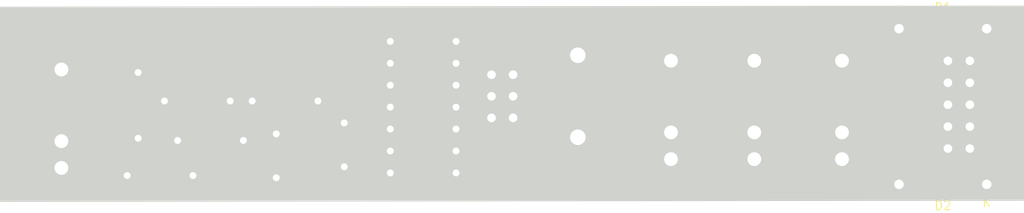
<source format=kicad_pcb>
(kicad_pcb (version 20171130) (host pcbnew "(5.1.2-1)-1")

  (general
    (thickness 1.6)
    (drawings 0)
    (tracks 102)
    (zones 0)
    (modules 16)
    (nets 15)
  )

  (page A4)
  (layers
    (0 F.Cu signal)
    (31 B.Cu signal)
    (32 B.Adhes user)
    (33 F.Adhes user)
    (34 B.Paste user)
    (35 F.Paste user)
    (36 B.SilkS user)
    (37 F.SilkS user)
    (38 B.Mask user)
    (39 F.Mask user)
    (40 Dwgs.User user)
    (41 Cmts.User user)
    (42 Eco1.User user)
    (43 Eco2.User user)
    (44 Edge.Cuts user)
    (45 Margin user)
    (46 B.CrtYd user)
    (47 F.CrtYd user)
    (48 B.Fab user)
    (49 F.Fab user)
  )

  (setup
    (last_trace_width 0.25)
    (trace_clearance 0.2)
    (zone_clearance 0.508)
    (zone_45_only no)
    (trace_min 0.2)
    (via_size 0.8)
    (via_drill 0.4)
    (via_min_size 0.4)
    (via_min_drill 0.3)
    (uvia_size 0.3)
    (uvia_drill 0.1)
    (uvias_allowed no)
    (uvia_min_size 0.2)
    (uvia_min_drill 0.1)
    (edge_width 0.05)
    (segment_width 0.2)
    (pcb_text_width 0.3)
    (pcb_text_size 1.5 1.5)
    (mod_edge_width 0.12)
    (mod_text_size 1 1)
    (mod_text_width 0.15)
    (pad_size 1.524 1.524)
    (pad_drill 0.762)
    (pad_to_mask_clearance 0.051)
    (solder_mask_min_width 0.25)
    (aux_axis_origin 0 0)
    (visible_elements FFFFFF7F)
    (pcbplotparams
      (layerselection 0x010fc_ffffffff)
      (usegerberextensions false)
      (usegerberattributes false)
      (usegerberadvancedattributes false)
      (creategerberjobfile false)
      (excludeedgelayer true)
      (linewidth 0.100000)
      (plotframeref false)
      (viasonmask false)
      (mode 1)
      (useauxorigin false)
      (hpglpennumber 1)
      (hpglpenspeed 20)
      (hpglpendiameter 15.000000)
      (psnegative false)
      (psa4output false)
      (plotreference true)
      (plotvalue true)
      (plotinvisibletext false)
      (padsonsilk false)
      (subtractmaskfromsilk false)
      (outputformat 1)
      (mirror false)
      (drillshape 1)
      (scaleselection 1)
      (outputdirectory ""))
  )

  (net 0 "")
  (net 1 "Net-(C1-Pad2)")
  (net 2 "Net-(C1-Pad1)")
  (net 3 "Net-(C2-Pad2)")
  (net 4 "Net-(C2-Pad1)")
  (net 5 "Net-(D1-Pad2)")
  (net 6 VCC)
  (net 7 VEE)
  (net 8 "Net-(D2-Pad1)")
  (net 9 GND)
  (net 10 "Net-(J_hi1-Pad3)")
  (net 11 "Net-(J_in1-Pad1)")
  (net 12 "Net-(R1-Pad1)")
  (net 13 "Net-(R2-Pad2)")
  (net 14 "Net-(U1-Pad13)")

  (net_class Default "This is the default net class."
    (clearance 0.2)
    (trace_width 0.25)
    (via_dia 0.8)
    (via_drill 0.4)
    (uvia_dia 0.3)
    (uvia_drill 0.1)
    (add_net GND)
    (add_net "Net-(C1-Pad1)")
    (add_net "Net-(C1-Pad2)")
    (add_net "Net-(C2-Pad1)")
    (add_net "Net-(C2-Pad2)")
    (add_net "Net-(D1-Pad2)")
    (add_net "Net-(D2-Pad1)")
    (add_net "Net-(J_hi1-Pad3)")
    (add_net "Net-(J_in1-Pad1)")
    (add_net "Net-(R1-Pad1)")
    (add_net "Net-(R2-Pad2)")
    (add_net "Net-(U1-Pad13)")
    (add_net VCC)
    (add_net VEE)
  )

  (module 4ms_Package_DIP:DIP-14_W7.62mm (layer F.Cu) (tedit 5A849021) (tstamp 5DD02E11)
    (at 45.212 4.064)
    (descr "14-lead dip package, row spacing 7.62 mm (300 mils)")
    (tags "DIL DIP PDIP 2.54mm 7.62mm 300mil")
    (path /5DD0387F)
    (fp_text reference U1 (at 3.81 -2.44) (layer F.SilkS)
      (effects (font (size 1 1) (thickness 0.15)))
    )
    (fp_text value Opamp_Quad_Generic (at 3.81 17.58) (layer F.SilkS)
      (effects (font (size 1 1) (thickness 0.15)))
    )
    (fp_text user "" (at 3.81 7.57) (layer F.SilkS)
      (effects (font (size 1 1) (thickness 0.15)))
    )
    (fp_line (start 2.81 -1.44) (end 1.04 -1.44) (layer F.SilkS) (width 0.12))
    (fp_line (start 1.04 -1.44) (end 1.04 16.58) (layer F.SilkS) (width 0.12))
    (fp_line (start 1.04 16.58) (end 6.58 16.58) (layer F.SilkS) (width 0.12))
    (fp_line (start 6.58 16.58) (end 6.58 -1.44) (layer F.SilkS) (width 0.12))
    (fp_line (start 6.58 -1.44) (end 4.81 -1.44) (layer F.SilkS) (width 0.12))
    (fp_line (start -1.1 -1.65) (end -1.1 16.75) (layer F.CrtYd) (width 0.05))
    (fp_line (start -1.1 16.75) (end 8.7 16.75) (layer F.CrtYd) (width 0.05))
    (fp_line (start 8.7 16.75) (end 8.7 -1.65) (layer F.CrtYd) (width 0.05))
    (fp_line (start 8.7 -1.65) (end -1.1 -1.65) (layer F.CrtYd) (width 0.05))
    (fp_arc (start 3.81 -1.44) (end 2.81 -1.44) (angle -180) (layer F.SilkS) (width 0.12))
    (pad 1 thru_hole rect (at 0 -0.05) (size 1.6 1.6) (drill 0.8) (layers *.Cu *.Mask)
      (net 10 "Net-(J_hi1-Pad3)"))
    (pad 8 thru_hole oval (at 7.62 15.19) (size 1.6 1.6) (drill 0.8) (layers *.Cu *.Mask)
      (net 4 "Net-(C2-Pad1)"))
    (pad 2 thru_hole oval (at 0 2.49) (size 1.6 1.6) (drill 0.8) (layers *.Cu *.Mask)
      (net 12 "Net-(R1-Pad1)"))
    (pad 9 thru_hole oval (at 7.62 12.65) (size 1.6 1.6) (drill 0.8) (layers *.Cu *.Mask)
      (net 3 "Net-(C2-Pad2)"))
    (pad 3 thru_hole oval (at 0 5.03) (size 1.6 1.6) (drill 0.8) (layers *.Cu *.Mask)
      (net 13 "Net-(R2-Pad2)"))
    (pad 10 thru_hole oval (at 7.62 10.11) (size 1.6 1.6) (drill 0.8) (layers *.Cu *.Mask)
      (net 9 GND))
    (pad 4 thru_hole oval (at 0 7.57) (size 1.6 1.6) (drill 0.8) (layers *.Cu *.Mask)
      (net 6 VCC))
    (pad 11 thru_hole oval (at 7.62 7.57) (size 1.6 1.6) (drill 0.8) (layers *.Cu *.Mask)
      (net 7 VEE))
    (pad 5 thru_hole oval (at 0 10.11) (size 1.6 1.6) (drill 0.8) (layers *.Cu *.Mask)
      (net 9 GND))
    (pad 12 thru_hole oval (at 7.62 5.03) (size 1.6 1.6) (drill 0.8) (layers *.Cu *.Mask)
      (net 9 GND))
    (pad 6 thru_hole oval (at 0 12.65) (size 1.6 1.6) (drill 0.8) (layers *.Cu *.Mask)
      (net 2 "Net-(C1-Pad1)"))
    (pad 13 thru_hole oval (at 7.62 2.49) (size 1.6 1.6) (drill 0.8) (layers *.Cu *.Mask)
      (net 14 "Net-(U1-Pad13)"))
    (pad 7 thru_hole oval (at 0 15.19) (size 1.6 1.6) (drill 0.8) (layers *.Cu *.Mask)
      (net 1 "Net-(C1-Pad2)"))
    (pad 14 thru_hole oval (at 7.62 -0.05) (size 1.6 1.6) (drill 0.8) (layers *.Cu *.Mask)
      (net 14 "Net-(U1-Pad13)"))
    (model ${KISYS3DMOD}/Housings_DIP.3dshapes/DIP-14_W7.62mm.wrl
      (at (xyz 0 0 0))
      (scale (xyz 1 1 1))
      (rotate (xyz 0 0 0))
    )
  )

  (module Potentiometer_THT:Potentiometer_Alpha_RD902F-40-00D_Dual_Vertical_CircularHoles (layer F.Cu) (tedit 5C6C6CD7) (tstamp 5DD02DDC)
    (at 59.436 7.874)
    (descr "Potentiometer, vertical, 9mm, dual, http://www.taiwanalpha.com.tw/downloads?target=products&id=113")
    (tags "potentiometer vertical 9mm dual")
    (path /5DD00425)
    (fp_text reference RV6 (at 5.87 -4.9 180) (layer F.SilkS)
      (effects (font (size 1 1) (thickness 0.15)))
    )
    (fp_text value POT_DUAL (at 0 10.16 180) (layer F.Fab)
      (effects (font (size 1 1) (thickness 0.15)))
    )
    (fp_text user %R (at 7.62 2.54) (layer F.Fab)
      (effects (font (size 1 1) (thickness 0.15)))
    )
    (fp_line (start -3.65 9.12) (end 12.6 9.12) (layer F.CrtYd) (width 0.05))
    (fp_line (start -3.65 -4.12) (end -3.65 9.12) (layer F.CrtYd) (width 0.05))
    (fp_line (start 12.6 -4.12) (end -3.65 -4.12) (layer F.CrtYd) (width 0.05))
    (fp_line (start 12.6 9.12) (end 12.6 -4.12) (layer F.CrtYd) (width 0.05))
    (fp_line (start 12.47 7.37) (end 12.47 -2.37) (layer F.SilkS) (width 0.12))
    (fp_line (start 0.88 7.37) (end 0.88 5.88) (layer F.SilkS) (width 0.12))
    (fp_line (start 9.41 7.37) (end 12.47 7.37) (layer F.SilkS) (width 0.12))
    (fp_line (start 0.88 -2.37) (end 5.6 -2.37) (layer F.SilkS) (width 0.12))
    (fp_circle (center 7.5 2.5) (end 7.5 -1) (layer F.Fab) (width 0.1))
    (fp_line (start 1 7.25) (end 1 -2.25) (layer F.Fab) (width 0.1))
    (fp_line (start 12.35 7.25) (end 12.35 -2.25) (layer F.Fab) (width 0.1))
    (fp_line (start 1 -2.25) (end 12.35 -2.25) (layer F.Fab) (width 0.1))
    (fp_line (start 1 7.25) (end 12.35 7.25) (layer F.Fab) (width 0.1))
    (fp_line (start 9.41 -2.37) (end 12.47 -2.37) (layer F.SilkS) (width 0.12))
    (fp_line (start 0.88 7.37) (end 5.6 7.37) (layer F.SilkS) (width 0.12))
    (fp_line (start 0.88 -1.19) (end 0.88 -2.37) (layer F.SilkS) (width 0.12))
    (fp_line (start 0.88 1.71) (end 0.88 1.18) (layer F.SilkS) (width 0.12))
    (fp_line (start 0.88 4.16) (end 0.88 3.33) (layer F.SilkS) (width 0.12))
    (pad 1 thru_hole rect (at 0 0 90) (size 1.8 1.8) (drill 1) (layers *.Cu *.Mask)
      (net 10 "Net-(J_hi1-Pad3)"))
    (pad 2 thru_hole circle (at 0 2.5 90) (size 1.8 1.8) (drill 1) (layers *.Cu *.Mask)
      (net 2 "Net-(C1-Pad1)"))
    (pad 3 thru_hole circle (at 0 5 90) (size 1.8 1.8) (drill 1) (layers *.Cu *.Mask)
      (net 9 GND))
    (pad "" thru_hole circle (at 7.5 7.25 90) (size 3.24 3.24) (drill 1.8) (layers *.Cu *.Mask))
    (pad "" thru_hole circle (at 7.5 -2.25 90) (size 3.24 3.24) (drill 1.8) (layers *.Cu *.Mask))
    (pad 6 thru_hole circle (at -2.5 5 90) (size 1.8 1.8) (drill 1) (layers *.Cu *.Mask)
      (net 9 GND))
    (pad 5 thru_hole circle (at -2.5 2.5 90) (size 1.8 1.8) (drill 1) (layers *.Cu *.Mask)
      (net 3 "Net-(C2-Pad2)"))
    (pad 4 thru_hole circle (at -2.5 0 90) (size 1.8 1.8) (drill 1) (layers *.Cu *.Mask)
      (net 1 "Net-(C1-Pad2)"))
    (model ${KISYS3DMOD}/Potentiometer_THT.3dshapes/Potentiometer_Alpha_RD902F-40-00D_Dual_Vertical.wrl
      (at (xyz 0 0 0))
      (scale (xyz 1 1 1))
      (rotate (xyz 0 0 0))
    )
  )

  (module Resistor_THT:R_Axial_DIN0207_L6.3mm_D2.5mm_P7.62mm_Horizontal (layer F.Cu) (tedit 5AE5139B) (tstamp 5DD02DBD)
    (at 26.67 10.922 180)
    (descr "Resistor, Axial_DIN0207 series, Axial, Horizontal, pin pitch=7.62mm, 0.25W = 1/4W, length*diameter=6.3*2.5mm^2, http://cdn-reichelt.de/documents/datenblatt/B400/1_4W%23YAG.pdf")
    (tags "Resistor Axial_DIN0207 series Axial Horizontal pin pitch 7.62mm 0.25W = 1/4W length 6.3mm diameter 2.5mm")
    (path /5DD0259F)
    (fp_text reference R5 (at 3.81 -2.37) (layer F.SilkS)
      (effects (font (size 1 1) (thickness 0.15)))
    )
    (fp_text value 10k (at 3.81 2.37) (layer F.Fab)
      (effects (font (size 1 1) (thickness 0.15)))
    )
    (fp_text user %R (at 3.81 0) (layer F.Fab)
      (effects (font (size 1 1) (thickness 0.15)))
    )
    (fp_line (start 8.67 -1.5) (end -1.05 -1.5) (layer F.CrtYd) (width 0.05))
    (fp_line (start 8.67 1.5) (end 8.67 -1.5) (layer F.CrtYd) (width 0.05))
    (fp_line (start -1.05 1.5) (end 8.67 1.5) (layer F.CrtYd) (width 0.05))
    (fp_line (start -1.05 -1.5) (end -1.05 1.5) (layer F.CrtYd) (width 0.05))
    (fp_line (start 7.08 1.37) (end 7.08 1.04) (layer F.SilkS) (width 0.12))
    (fp_line (start 0.54 1.37) (end 7.08 1.37) (layer F.SilkS) (width 0.12))
    (fp_line (start 0.54 1.04) (end 0.54 1.37) (layer F.SilkS) (width 0.12))
    (fp_line (start 7.08 -1.37) (end 7.08 -1.04) (layer F.SilkS) (width 0.12))
    (fp_line (start 0.54 -1.37) (end 7.08 -1.37) (layer F.SilkS) (width 0.12))
    (fp_line (start 0.54 -1.04) (end 0.54 -1.37) (layer F.SilkS) (width 0.12))
    (fp_line (start 7.62 0) (end 6.96 0) (layer F.Fab) (width 0.1))
    (fp_line (start 0 0) (end 0.66 0) (layer F.Fab) (width 0.1))
    (fp_line (start 6.96 -1.25) (end 0.66 -1.25) (layer F.Fab) (width 0.1))
    (fp_line (start 6.96 1.25) (end 6.96 -1.25) (layer F.Fab) (width 0.1))
    (fp_line (start 0.66 1.25) (end 6.96 1.25) (layer F.Fab) (width 0.1))
    (fp_line (start 0.66 -1.25) (end 0.66 1.25) (layer F.Fab) (width 0.1))
    (pad 2 thru_hole oval (at 7.62 0 180) (size 1.6 1.6) (drill 0.8) (layers *.Cu *.Mask)
      (net 12 "Net-(R1-Pad1)"))
    (pad 1 thru_hole circle (at 0 0 180) (size 1.6 1.6) (drill 0.8) (layers *.Cu *.Mask)
      (net 4 "Net-(C2-Pad1)"))
    (model ${KISYS3DMOD}/Resistor_THT.3dshapes/R_Axial_DIN0207_L6.3mm_D2.5mm_P7.62mm_Horizontal.wrl
      (at (xyz 0 0 0))
      (scale (xyz 1 1 1))
      (rotate (xyz 0 0 0))
    )
  )

  (module Resistor_THT:R_Axial_DIN0207_L6.3mm_D2.5mm_P7.62mm_Horizontal (layer F.Cu) (tedit 5AE5139B) (tstamp 5DD02DA6)
    (at 16.002 7.62 270)
    (descr "Resistor, Axial_DIN0207 series, Axial, Horizontal, pin pitch=7.62mm, 0.25W = 1/4W, length*diameter=6.3*2.5mm^2, http://cdn-reichelt.de/documents/datenblatt/B400/1_4W%23YAG.pdf")
    (tags "Resistor Axial_DIN0207 series Axial Horizontal pin pitch 7.62mm 0.25W = 1/4W length 6.3mm diameter 2.5mm")
    (path /5DD02500)
    (fp_text reference R4 (at 3.81 -2.37 90) (layer F.SilkS)
      (effects (font (size 1 1) (thickness 0.15)))
    )
    (fp_text value 10k (at 3.81 2.37 90) (layer F.Fab)
      (effects (font (size 1 1) (thickness 0.15)))
    )
    (fp_text user %R (at 3.81 0 90) (layer F.Fab)
      (effects (font (size 1 1) (thickness 0.15)))
    )
    (fp_line (start 8.67 -1.5) (end -1.05 -1.5) (layer F.CrtYd) (width 0.05))
    (fp_line (start 8.67 1.5) (end 8.67 -1.5) (layer F.CrtYd) (width 0.05))
    (fp_line (start -1.05 1.5) (end 8.67 1.5) (layer F.CrtYd) (width 0.05))
    (fp_line (start -1.05 -1.5) (end -1.05 1.5) (layer F.CrtYd) (width 0.05))
    (fp_line (start 7.08 1.37) (end 7.08 1.04) (layer F.SilkS) (width 0.12))
    (fp_line (start 0.54 1.37) (end 7.08 1.37) (layer F.SilkS) (width 0.12))
    (fp_line (start 0.54 1.04) (end 0.54 1.37) (layer F.SilkS) (width 0.12))
    (fp_line (start 7.08 -1.37) (end 7.08 -1.04) (layer F.SilkS) (width 0.12))
    (fp_line (start 0.54 -1.37) (end 7.08 -1.37) (layer F.SilkS) (width 0.12))
    (fp_line (start 0.54 -1.04) (end 0.54 -1.37) (layer F.SilkS) (width 0.12))
    (fp_line (start 7.62 0) (end 6.96 0) (layer F.Fab) (width 0.1))
    (fp_line (start 0 0) (end 0.66 0) (layer F.Fab) (width 0.1))
    (fp_line (start 6.96 -1.25) (end 0.66 -1.25) (layer F.Fab) (width 0.1))
    (fp_line (start 6.96 1.25) (end 6.96 -1.25) (layer F.Fab) (width 0.1))
    (fp_line (start 0.66 1.25) (end 6.96 1.25) (layer F.Fab) (width 0.1))
    (fp_line (start 0.66 -1.25) (end 0.66 1.25) (layer F.Fab) (width 0.1))
    (pad 2 thru_hole oval (at 7.62 0 270) (size 1.6 1.6) (drill 0.8) (layers *.Cu *.Mask)
      (net 12 "Net-(R1-Pad1)"))
    (pad 1 thru_hole circle (at 0 0 270) (size 1.6 1.6) (drill 0.8) (layers *.Cu *.Mask)
      (net 10 "Net-(J_hi1-Pad3)"))
    (model ${KISYS3DMOD}/Resistor_THT.3dshapes/R_Axial_DIN0207_L6.3mm_D2.5mm_P7.62mm_Horizontal.wrl
      (at (xyz 0 0 0))
      (scale (xyz 1 1 1))
      (rotate (xyz 0 0 0))
    )
  )

  (module Resistor_THT:R_Axial_DIN0207_L6.3mm_D2.5mm_P7.62mm_Horizontal (layer F.Cu) (tedit 5AE5139B) (tstamp 5DD02D8F)
    (at 36.83 10.922 180)
    (descr "Resistor, Axial_DIN0207 series, Axial, Horizontal, pin pitch=7.62mm, 0.25W = 1/4W, length*diameter=6.3*2.5mm^2, http://cdn-reichelt.de/documents/datenblatt/B400/1_4W%23YAG.pdf")
    (tags "Resistor Axial_DIN0207 series Axial Horizontal pin pitch 7.62mm 0.25W = 1/4W length 6.3mm diameter 2.5mm")
    (path /5DD023B9)
    (fp_text reference R3 (at 3.81 -2.37) (layer F.SilkS)
      (effects (font (size 1 1) (thickness 0.15)))
    )
    (fp_text value 10k (at 3.81 2.37) (layer F.Fab)
      (effects (font (size 1 1) (thickness 0.15)))
    )
    (fp_text user %R (at 3.81 0) (layer F.Fab)
      (effects (font (size 1 1) (thickness 0.15)))
    )
    (fp_line (start 8.67 -1.5) (end -1.05 -1.5) (layer F.CrtYd) (width 0.05))
    (fp_line (start 8.67 1.5) (end 8.67 -1.5) (layer F.CrtYd) (width 0.05))
    (fp_line (start -1.05 1.5) (end 8.67 1.5) (layer F.CrtYd) (width 0.05))
    (fp_line (start -1.05 -1.5) (end -1.05 1.5) (layer F.CrtYd) (width 0.05))
    (fp_line (start 7.08 1.37) (end 7.08 1.04) (layer F.SilkS) (width 0.12))
    (fp_line (start 0.54 1.37) (end 7.08 1.37) (layer F.SilkS) (width 0.12))
    (fp_line (start 0.54 1.04) (end 0.54 1.37) (layer F.SilkS) (width 0.12))
    (fp_line (start 7.08 -1.37) (end 7.08 -1.04) (layer F.SilkS) (width 0.12))
    (fp_line (start 0.54 -1.37) (end 7.08 -1.37) (layer F.SilkS) (width 0.12))
    (fp_line (start 0.54 -1.04) (end 0.54 -1.37) (layer F.SilkS) (width 0.12))
    (fp_line (start 7.62 0) (end 6.96 0) (layer F.Fab) (width 0.1))
    (fp_line (start 0 0) (end 0.66 0) (layer F.Fab) (width 0.1))
    (fp_line (start 6.96 -1.25) (end 0.66 -1.25) (layer F.Fab) (width 0.1))
    (fp_line (start 6.96 1.25) (end 6.96 -1.25) (layer F.Fab) (width 0.1))
    (fp_line (start 0.66 1.25) (end 6.96 1.25) (layer F.Fab) (width 0.1))
    (fp_line (start 0.66 -1.25) (end 0.66 1.25) (layer F.Fab) (width 0.1))
    (pad 2 thru_hole oval (at 7.62 0 180) (size 1.6 1.6) (drill 0.8) (layers *.Cu *.Mask)
      (net 13 "Net-(R2-Pad2)"))
    (pad 1 thru_hole circle (at 0 0 180) (size 1.6 1.6) (drill 0.8) (layers *.Cu *.Mask)
      (net 1 "Net-(C1-Pad2)"))
    (model ${KISYS3DMOD}/Resistor_THT.3dshapes/R_Axial_DIN0207_L6.3mm_D2.5mm_P7.62mm_Horizontal.wrl
      (at (xyz 0 0 0))
      (scale (xyz 1 1 1))
      (rotate (xyz 0 0 0))
    )
  )

  (module Resistor_THT:R_Axial_DIN0207_L6.3mm_D2.5mm_P7.62mm_Horizontal (layer F.Cu) (tedit 5AE5139B) (tstamp 5DD02D78)
    (at 20.574 15.494)
    (descr "Resistor, Axial_DIN0207 series, Axial, Horizontal, pin pitch=7.62mm, 0.25W = 1/4W, length*diameter=6.3*2.5mm^2, http://cdn-reichelt.de/documents/datenblatt/B400/1_4W%23YAG.pdf")
    (tags "Resistor Axial_DIN0207 series Axial Horizontal pin pitch 7.62mm 0.25W = 1/4W length 6.3mm diameter 2.5mm")
    (path /5DD0221E)
    (fp_text reference R2 (at 3.81 -2.37) (layer F.SilkS)
      (effects (font (size 1 1) (thickness 0.15)))
    )
    (fp_text value 20k (at 3.81 2.37) (layer F.Fab)
      (effects (font (size 1 1) (thickness 0.15)))
    )
    (fp_text user %R (at 3.81 0) (layer F.Fab)
      (effects (font (size 1 1) (thickness 0.15)))
    )
    (fp_line (start 8.67 -1.5) (end -1.05 -1.5) (layer F.CrtYd) (width 0.05))
    (fp_line (start 8.67 1.5) (end 8.67 -1.5) (layer F.CrtYd) (width 0.05))
    (fp_line (start -1.05 1.5) (end 8.67 1.5) (layer F.CrtYd) (width 0.05))
    (fp_line (start -1.05 -1.5) (end -1.05 1.5) (layer F.CrtYd) (width 0.05))
    (fp_line (start 7.08 1.37) (end 7.08 1.04) (layer F.SilkS) (width 0.12))
    (fp_line (start 0.54 1.37) (end 7.08 1.37) (layer F.SilkS) (width 0.12))
    (fp_line (start 0.54 1.04) (end 0.54 1.37) (layer F.SilkS) (width 0.12))
    (fp_line (start 7.08 -1.37) (end 7.08 -1.04) (layer F.SilkS) (width 0.12))
    (fp_line (start 0.54 -1.37) (end 7.08 -1.37) (layer F.SilkS) (width 0.12))
    (fp_line (start 0.54 -1.04) (end 0.54 -1.37) (layer F.SilkS) (width 0.12))
    (fp_line (start 7.62 0) (end 6.96 0) (layer F.Fab) (width 0.1))
    (fp_line (start 0 0) (end 0.66 0) (layer F.Fab) (width 0.1))
    (fp_line (start 6.96 -1.25) (end 0.66 -1.25) (layer F.Fab) (width 0.1))
    (fp_line (start 6.96 1.25) (end 6.96 -1.25) (layer F.Fab) (width 0.1))
    (fp_line (start 0.66 1.25) (end 6.96 1.25) (layer F.Fab) (width 0.1))
    (fp_line (start 0.66 -1.25) (end 0.66 1.25) (layer F.Fab) (width 0.1))
    (pad 2 thru_hole oval (at 7.62 0) (size 1.6 1.6) (drill 0.8) (layers *.Cu *.Mask)
      (net 13 "Net-(R2-Pad2)"))
    (pad 1 thru_hole circle (at 0 0) (size 1.6 1.6) (drill 0.8) (layers *.Cu *.Mask)
      (net 9 GND))
    (model ${KISYS3DMOD}/Resistor_THT.3dshapes/R_Axial_DIN0207_L6.3mm_D2.5mm_P7.62mm_Horizontal.wrl
      (at (xyz 0 0 0))
      (scale (xyz 1 1 1))
      (rotate (xyz 0 0 0))
    )
  )

  (module Resistor_THT:R_Axial_DIN0207_L6.3mm_D2.5mm_P7.62mm_Horizontal (layer F.Cu) (tedit 5AE5139B) (tstamp 5DD02D61)
    (at 22.352 19.558 180)
    (descr "Resistor, Axial_DIN0207 series, Axial, Horizontal, pin pitch=7.62mm, 0.25W = 1/4W, length*diameter=6.3*2.5mm^2, http://cdn-reichelt.de/documents/datenblatt/B400/1_4W%23YAG.pdf")
    (tags "Resistor Axial_DIN0207 series Axial Horizontal pin pitch 7.62mm 0.25W = 1/4W length 6.3mm diameter 2.5mm")
    (path /5DD01B51)
    (fp_text reference R1 (at 3.81 -2.37) (layer F.SilkS)
      (effects (font (size 1 1) (thickness 0.15)))
    )
    (fp_text value 10k (at 3.81 2.37) (layer F.Fab)
      (effects (font (size 1 1) (thickness 0.15)))
    )
    (fp_text user %R (at 3.81 0) (layer F.Fab)
      (effects (font (size 1 1) (thickness 0.15)))
    )
    (fp_line (start 8.67 -1.5) (end -1.05 -1.5) (layer F.CrtYd) (width 0.05))
    (fp_line (start 8.67 1.5) (end 8.67 -1.5) (layer F.CrtYd) (width 0.05))
    (fp_line (start -1.05 1.5) (end 8.67 1.5) (layer F.CrtYd) (width 0.05))
    (fp_line (start -1.05 -1.5) (end -1.05 1.5) (layer F.CrtYd) (width 0.05))
    (fp_line (start 7.08 1.37) (end 7.08 1.04) (layer F.SilkS) (width 0.12))
    (fp_line (start 0.54 1.37) (end 7.08 1.37) (layer F.SilkS) (width 0.12))
    (fp_line (start 0.54 1.04) (end 0.54 1.37) (layer F.SilkS) (width 0.12))
    (fp_line (start 7.08 -1.37) (end 7.08 -1.04) (layer F.SilkS) (width 0.12))
    (fp_line (start 0.54 -1.37) (end 7.08 -1.37) (layer F.SilkS) (width 0.12))
    (fp_line (start 0.54 -1.04) (end 0.54 -1.37) (layer F.SilkS) (width 0.12))
    (fp_line (start 7.62 0) (end 6.96 0) (layer F.Fab) (width 0.1))
    (fp_line (start 0 0) (end 0.66 0) (layer F.Fab) (width 0.1))
    (fp_line (start 6.96 -1.25) (end 0.66 -1.25) (layer F.Fab) (width 0.1))
    (fp_line (start 6.96 1.25) (end 6.96 -1.25) (layer F.Fab) (width 0.1))
    (fp_line (start 0.66 1.25) (end 6.96 1.25) (layer F.Fab) (width 0.1))
    (fp_line (start 0.66 -1.25) (end 0.66 1.25) (layer F.Fab) (width 0.1))
    (pad 2 thru_hole oval (at 7.62 0 180) (size 1.6 1.6) (drill 0.8) (layers *.Cu *.Mask)
      (net 11 "Net-(J_in1-Pad1)"))
    (pad 1 thru_hole circle (at 0 0 180) (size 1.6 1.6) (drill 0.8) (layers *.Cu *.Mask)
      (net 12 "Net-(R1-Pad1)"))
    (model ${KISYS3DMOD}/Resistor_THT.3dshapes/R_Axial_DIN0207_L6.3mm_D2.5mm_P7.62mm_Horizontal.wrl
      (at (xyz 0 0 0))
      (scale (xyz 1 1 1))
      (rotate (xyz 0 0 0))
    )
  )

  (module Eurocad:PJ301M-12 (layer F.Cu) (tedit 5819F691) (tstamp 5DD02D4A)
    (at 97.536 11.176)
    (path /5DD0003A)
    (fp_text reference J_lo1 (at 4.064 5.588) (layer F.SilkS)
      (effects (font (size 1 1) (thickness 0.15)))
    )
    (fp_text value JACK-MONO (at 0 -7.112) (layer F.Fab)
      (effects (font (size 1 1) (thickness 0.15)))
    )
    (fp_line (start -4.5 -6.2) (end 4.5 -6.2) (layer F.SilkS) (width 0.15))
    (fp_line (start -4.5 4.7) (end 4.5 4.7) (layer F.SilkS) (width 0.15))
    (fp_line (start -4.5 -6.2) (end -4.5 4.7) (layer F.SilkS) (width 0.15))
    (fp_line (start 4.5 -6.2) (end 4.5 4.7) (layer F.SilkS) (width 0.15))
    (fp_circle (center 0 0) (end 1.8 0) (layer F.SilkS) (width 0.15))
    (fp_line (start 0 -1.8) (end 0 1.8) (layer F.SilkS) (width 0.15))
    (fp_line (start -1.8 0) (end 1.8 0) (layer F.SilkS) (width 0.15))
    (pad 3 thru_hole circle (at 0 -4.92) (size 1.8 1.8) (drill 1.6) (layers *.Cu *.Mask F.SilkS)
      (net 4 "Net-(C2-Pad1)"))
    (pad 1 thru_hole circle (at 0 6.48) (size 1.8 1.8) (drill 1.6) (layers *.Cu *.Mask F.SilkS))
    (pad 2 thru_hole circle (at 0 3.38) (size 1.8 1.8) (drill 1.6) (layers *.Cu *.Mask F.SilkS)
      (net 9 GND))
  )

  (module Eurocad:PJ301M-12 (layer F.Cu) (tedit 5819F691) (tstamp 5DD02D3C)
    (at 7.112 12.192)
    (path /5DCFF1E9)
    (fp_text reference J_in1 (at 4.064 5.588) (layer F.SilkS)
      (effects (font (size 1 1) (thickness 0.15)))
    )
    (fp_text value JACK-MONO (at 0 -7.112) (layer F.Fab)
      (effects (font (size 1 1) (thickness 0.15)))
    )
    (fp_line (start -4.5 -6.2) (end 4.5 -6.2) (layer F.SilkS) (width 0.15))
    (fp_line (start -4.5 4.7) (end 4.5 4.7) (layer F.SilkS) (width 0.15))
    (fp_line (start -4.5 -6.2) (end -4.5 4.7) (layer F.SilkS) (width 0.15))
    (fp_line (start 4.5 -6.2) (end 4.5 4.7) (layer F.SilkS) (width 0.15))
    (fp_circle (center 0 0) (end 1.8 0) (layer F.SilkS) (width 0.15))
    (fp_line (start 0 -1.8) (end 0 1.8) (layer F.SilkS) (width 0.15))
    (fp_line (start -1.8 0) (end 1.8 0) (layer F.SilkS) (width 0.15))
    (pad 3 thru_hole circle (at 0 -4.92) (size 1.8 1.8) (drill 1.6) (layers *.Cu *.Mask F.SilkS))
    (pad 1 thru_hole circle (at 0 6.48) (size 1.8 1.8) (drill 1.6) (layers *.Cu *.Mask F.SilkS)
      (net 11 "Net-(J_in1-Pad1)"))
    (pad 2 thru_hole circle (at 0 3.38) (size 1.8 1.8) (drill 1.6) (layers *.Cu *.Mask F.SilkS))
  )

  (module Eurocad:PJ301M-12 (layer F.Cu) (tedit 5819F691) (tstamp 5DD02D2E)
    (at 87.376 11.176)
    (path /5DCFFD49)
    (fp_text reference J_hi1 (at 4.064 5.588) (layer F.SilkS)
      (effects (font (size 1 1) (thickness 0.15)))
    )
    (fp_text value JACK-MONO (at 0 -7.112) (layer F.Fab)
      (effects (font (size 1 1) (thickness 0.15)))
    )
    (fp_line (start -4.5 -6.2) (end 4.5 -6.2) (layer F.SilkS) (width 0.15))
    (fp_line (start -4.5 4.7) (end 4.5 4.7) (layer F.SilkS) (width 0.15))
    (fp_line (start -4.5 -6.2) (end -4.5 4.7) (layer F.SilkS) (width 0.15))
    (fp_line (start 4.5 -6.2) (end 4.5 4.7) (layer F.SilkS) (width 0.15))
    (fp_circle (center 0 0) (end 1.8 0) (layer F.SilkS) (width 0.15))
    (fp_line (start 0 -1.8) (end 0 1.8) (layer F.SilkS) (width 0.15))
    (fp_line (start -1.8 0) (end 1.8 0) (layer F.SilkS) (width 0.15))
    (pad 3 thru_hole circle (at 0 -4.92) (size 1.8 1.8) (drill 1.6) (layers *.Cu *.Mask F.SilkS)
      (net 10 "Net-(J_hi1-Pad3)"))
    (pad 1 thru_hole circle (at 0 6.48) (size 1.8 1.8) (drill 1.6) (layers *.Cu *.Mask F.SilkS))
    (pad 2 thru_hole circle (at 0 3.38) (size 1.8 1.8) (drill 1.6) (layers *.Cu *.Mask F.SilkS)
      (net 9 GND))
  )

  (module Eurocad:PJ301M-12 (layer F.Cu) (tedit 5819F691) (tstamp 5DD02D20)
    (at 77.724 11.176)
    (path /5DCFFE7E)
    (fp_text reference J_bp1 (at 4.064 5.588) (layer F.SilkS)
      (effects (font (size 1 1) (thickness 0.15)))
    )
    (fp_text value JACK-MONO (at 0 -7.112) (layer F.Fab)
      (effects (font (size 1 1) (thickness 0.15)))
    )
    (fp_line (start -4.5 -6.2) (end 4.5 -6.2) (layer F.SilkS) (width 0.15))
    (fp_line (start -4.5 4.7) (end 4.5 4.7) (layer F.SilkS) (width 0.15))
    (fp_line (start -4.5 -6.2) (end -4.5 4.7) (layer F.SilkS) (width 0.15))
    (fp_line (start 4.5 -6.2) (end 4.5 4.7) (layer F.SilkS) (width 0.15))
    (fp_circle (center 0 0) (end 1.8 0) (layer F.SilkS) (width 0.15))
    (fp_line (start 0 -1.8) (end 0 1.8) (layer F.SilkS) (width 0.15))
    (fp_line (start -1.8 0) (end 1.8 0) (layer F.SilkS) (width 0.15))
    (pad 3 thru_hole circle (at 0 -4.92) (size 1.8 1.8) (drill 1.6) (layers *.Cu *.Mask F.SilkS)
      (net 1 "Net-(C1-Pad2)"))
    (pad 1 thru_hole circle (at 0 6.48) (size 1.8 1.8) (drill 1.6) (layers *.Cu *.Mask F.SilkS))
    (pad 2 thru_hole circle (at 0 3.38) (size 1.8 1.8) (drill 1.6) (layers *.Cu *.Mask F.SilkS)
      (net 9 GND))
  )

  (module 4ms-footprints:Header_2x05_Pitch2.54mm_TH_-12v_Label (layer F.Cu) (tedit 59B2F03A) (tstamp 5DD02D12)
    (at 114.554 17.018)
    (descr "Through hole straight pin header, 2x05, 2.54mm pitch, double rows")
    (tags "Through hole pin header THT 2x05 2.54mm double row")
    (path /5DD07E1C)
    (fp_text reference J1 (at -7.04 -8.86 270) (layer F.SilkS) hide
      (effects (font (size 1 1) (thickness 0.1)))
    )
    (fp_text value EURO_HEADER_10pin (at -0.02306 -7.99156 270) (layer F.Fab)
      (effects (font (size 0.75 0.75) (thickness 0.1)))
    )
    (fp_text user STRIPE (at 1.016 2.0955) (layer F.SilkS)
      (effects (font (size 0.5 0.5) (thickness 0.125)))
    )
    (fp_line (start -0.65 -12.35) (end -6.35 -12.35) (layer F.CrtYd) (width 0.05))
    (fp_line (start -0.65 0.95) (end -0.65 -12.35) (layer F.CrtYd) (width 0.05))
    (fp_line (start -6.35 0.95) (end -0.65 0.95) (layer F.CrtYd) (width 0.05))
    (fp_line (start -6.35 -12.35) (end -6.35 0.95) (layer F.CrtYd) (width 0.05))
    (fp_line (start -6.14 -12.14) (end -4.75 -12.14) (layer F.SilkS) (width 0.12))
    (fp_line (start -6.14 -10.75) (end -6.14 -12.14) (layer F.SilkS) (width 0.12))
    (fp_line (start -3.48 -9.48) (end -6.14 -9.48) (layer F.SilkS) (width 0.12))
    (fp_line (start -3.48 -12.14) (end -3.48 -9.48) (layer F.SilkS) (width 0.12))
    (fp_line (start -0.82 -12.14) (end -3.48 -12.14) (layer F.SilkS) (width 0.12))
    (fp_line (start -0.82 0.8) (end -0.82 -12.14) (layer F.SilkS) (width 0.12))
    (fp_line (start -6.14 0.8) (end -0.82 0.8) (layer F.SilkS) (width 0.12))
    (fp_line (start -6.14 -9.48) (end -6.14 0.8) (layer F.SilkS) (width 0.12))
    (fp_line (start -0.94 -12.02) (end -6.02 -12.02) (layer F.Fab) (width 0.1))
    (fp_line (start -0.94 0.68) (end -0.94 -12.02) (layer F.Fab) (width 0.1))
    (fp_line (start -6.02 0.68) (end -0.94 0.68) (layer F.Fab) (width 0.1))
    (fp_line (start -6.02 -12.02) (end -6.02 0.68) (layer F.Fab) (width 0.1))
    (fp_line (start -6.139 2.0955) (end -0.889 2.0955) (layer F.SilkS) (width 0.5))
    (fp_text user -12V (at 1.524 -0.4445) (layer F.SilkS)
      (effects (font (size 1 1) (thickness 0.15)))
    )
    (fp_text user POWER (at 1.5875 -5.715 90) (layer F.SilkS)
      (effects (font (size 1.5 1.5) (thickness 0.15)))
    )
    (pad 10 thru_hole oval (at -2.21 -0.59) (size 1.7 1.7) (drill 1) (layers *.Cu *.Mask)
      (net 8 "Net-(D2-Pad1)"))
    (pad 9 thru_hole oval (at -4.75 -0.59) (size 1.7 1.7) (drill 1) (layers *.Cu *.Mask)
      (net 8 "Net-(D2-Pad1)"))
    (pad 8 thru_hole oval (at -2.21 -3.13) (size 1.7 1.7) (drill 1) (layers *.Cu *.Mask)
      (net 9 GND))
    (pad 7 thru_hole oval (at -4.75 -3.13) (size 1.7 1.7) (drill 1) (layers *.Cu *.Mask)
      (net 9 GND))
    (pad 6 thru_hole oval (at -2.21 -5.67) (size 1.7 1.7) (drill 1) (layers *.Cu *.Mask)
      (net 9 GND))
    (pad 5 thru_hole oval (at -4.75 -5.67) (size 1.7 1.7) (drill 1) (layers *.Cu *.Mask)
      (net 9 GND))
    (pad 4 thru_hole oval (at -2.21 -8.21) (size 1.7 1.7) (drill 1) (layers *.Cu *.Mask)
      (net 9 GND))
    (pad 3 thru_hole oval (at -4.75 -8.21) (size 1.7 1.7) (drill 1) (layers *.Cu *.Mask)
      (net 9 GND))
    (pad 2 thru_hole oval (at -2.21 -10.75) (size 1.7 1.7) (drill 1) (layers *.Cu *.Mask)
      (net 5 "Net-(D1-Pad2)"))
    (pad 1 thru_hole rect (at -4.75 -10.75) (size 1.7 1.7) (drill 1) (layers *.Cu *.Mask)
      (net 5 "Net-(D1-Pad2)"))
    (model Pin_Headers.3dshapes/Pin_Header_Straight_2x05_Pitch2.54mm.wrl
      (offset (xyz 1.269999980926514 -5.079999923706055 0))
      (scale (xyz 1 1 1))
      (rotate (xyz 0 0 90))
    )
  )

  (module Diode_THT:D_DO-41_SOD81_P10.16mm_Horizontal (layer F.Cu) (tedit 5AE50CD5) (tstamp 5DD02CF0)
    (at 114.3 20.574 180)
    (descr "Diode, DO-41_SOD81 series, Axial, Horizontal, pin pitch=10.16mm, , length*diameter=5.2*2.7mm^2, , http://www.diodes.com/_files/packages/DO-41%20(Plastic).pdf")
    (tags "Diode DO-41_SOD81 series Axial Horizontal pin pitch 10.16mm  length 5.2mm diameter 2.7mm")
    (path /5DD47070)
    (fp_text reference D2 (at 5.08 -2.47) (layer F.SilkS)
      (effects (font (size 1 1) (thickness 0.15)))
    )
    (fp_text value 1N4001 (at 5.08 2.47) (layer F.Fab)
      (effects (font (size 1 1) (thickness 0.15)))
    )
    (fp_text user K (at 0 -2.1) (layer F.SilkS)
      (effects (font (size 1 1) (thickness 0.15)))
    )
    (fp_text user K (at 0 -2.1) (layer F.Fab)
      (effects (font (size 1 1) (thickness 0.15)))
    )
    (fp_text user %R (at 5.47 0) (layer F.Fab)
      (effects (font (size 1 1) (thickness 0.15)))
    )
    (fp_line (start 11.51 -1.6) (end -1.35 -1.6) (layer F.CrtYd) (width 0.05))
    (fp_line (start 11.51 1.6) (end 11.51 -1.6) (layer F.CrtYd) (width 0.05))
    (fp_line (start -1.35 1.6) (end 11.51 1.6) (layer F.CrtYd) (width 0.05))
    (fp_line (start -1.35 -1.6) (end -1.35 1.6) (layer F.CrtYd) (width 0.05))
    (fp_line (start 3.14 -1.47) (end 3.14 1.47) (layer F.SilkS) (width 0.12))
    (fp_line (start 3.38 -1.47) (end 3.38 1.47) (layer F.SilkS) (width 0.12))
    (fp_line (start 3.26 -1.47) (end 3.26 1.47) (layer F.SilkS) (width 0.12))
    (fp_line (start 8.82 0) (end 7.8 0) (layer F.SilkS) (width 0.12))
    (fp_line (start 1.34 0) (end 2.36 0) (layer F.SilkS) (width 0.12))
    (fp_line (start 7.8 -1.47) (end 2.36 -1.47) (layer F.SilkS) (width 0.12))
    (fp_line (start 7.8 1.47) (end 7.8 -1.47) (layer F.SilkS) (width 0.12))
    (fp_line (start 2.36 1.47) (end 7.8 1.47) (layer F.SilkS) (width 0.12))
    (fp_line (start 2.36 -1.47) (end 2.36 1.47) (layer F.SilkS) (width 0.12))
    (fp_line (start 3.16 -1.35) (end 3.16 1.35) (layer F.Fab) (width 0.1))
    (fp_line (start 3.36 -1.35) (end 3.36 1.35) (layer F.Fab) (width 0.1))
    (fp_line (start 3.26 -1.35) (end 3.26 1.35) (layer F.Fab) (width 0.1))
    (fp_line (start 10.16 0) (end 7.68 0) (layer F.Fab) (width 0.1))
    (fp_line (start 0 0) (end 2.48 0) (layer F.Fab) (width 0.1))
    (fp_line (start 7.68 -1.35) (end 2.48 -1.35) (layer F.Fab) (width 0.1))
    (fp_line (start 7.68 1.35) (end 7.68 -1.35) (layer F.Fab) (width 0.1))
    (fp_line (start 2.48 1.35) (end 7.68 1.35) (layer F.Fab) (width 0.1))
    (fp_line (start 2.48 -1.35) (end 2.48 1.35) (layer F.Fab) (width 0.1))
    (pad 2 thru_hole oval (at 10.16 0 180) (size 2.2 2.2) (drill 1.1) (layers *.Cu *.Mask)
      (net 7 VEE))
    (pad 1 thru_hole rect (at 0 0 180) (size 2.2 2.2) (drill 1.1) (layers *.Cu *.Mask)
      (net 8 "Net-(D2-Pad1)"))
    (model ${KISYS3DMOD}/Diode_THT.3dshapes/D_DO-41_SOD81_P10.16mm_Horizontal.wrl
      (at (xyz 0 0 0))
      (scale (xyz 1 1 1))
      (rotate (xyz 0 0 0))
    )
  )

  (module Diode_THT:D_DO-41_SOD81_P10.16mm_Horizontal (layer F.Cu) (tedit 5AE50CD5) (tstamp 5DD02CD1)
    (at 104.14 2.54)
    (descr "Diode, DO-41_SOD81 series, Axial, Horizontal, pin pitch=10.16mm, , length*diameter=5.2*2.7mm^2, , http://www.diodes.com/_files/packages/DO-41%20(Plastic).pdf")
    (tags "Diode DO-41_SOD81 series Axial Horizontal pin pitch 10.16mm  length 5.2mm diameter 2.7mm")
    (path /5DD41BE3)
    (fp_text reference D1 (at 5.08 -2.47) (layer F.SilkS)
      (effects (font (size 1 1) (thickness 0.15)))
    )
    (fp_text value 1N4001 (at 5.08 2.47) (layer F.Fab)
      (effects (font (size 1 1) (thickness 0.15)))
    )
    (fp_text user K (at 0 -2.1) (layer F.SilkS)
      (effects (font (size 1 1) (thickness 0.15)))
    )
    (fp_text user K (at 0 -2.1) (layer F.Fab)
      (effects (font (size 1 1) (thickness 0.15)))
    )
    (fp_text user %R (at 5.47 0) (layer F.Fab)
      (effects (font (size 1 1) (thickness 0.15)))
    )
    (fp_line (start 11.51 -1.6) (end -1.35 -1.6) (layer F.CrtYd) (width 0.05))
    (fp_line (start 11.51 1.6) (end 11.51 -1.6) (layer F.CrtYd) (width 0.05))
    (fp_line (start -1.35 1.6) (end 11.51 1.6) (layer F.CrtYd) (width 0.05))
    (fp_line (start -1.35 -1.6) (end -1.35 1.6) (layer F.CrtYd) (width 0.05))
    (fp_line (start 3.14 -1.47) (end 3.14 1.47) (layer F.SilkS) (width 0.12))
    (fp_line (start 3.38 -1.47) (end 3.38 1.47) (layer F.SilkS) (width 0.12))
    (fp_line (start 3.26 -1.47) (end 3.26 1.47) (layer F.SilkS) (width 0.12))
    (fp_line (start 8.82 0) (end 7.8 0) (layer F.SilkS) (width 0.12))
    (fp_line (start 1.34 0) (end 2.36 0) (layer F.SilkS) (width 0.12))
    (fp_line (start 7.8 -1.47) (end 2.36 -1.47) (layer F.SilkS) (width 0.12))
    (fp_line (start 7.8 1.47) (end 7.8 -1.47) (layer F.SilkS) (width 0.12))
    (fp_line (start 2.36 1.47) (end 7.8 1.47) (layer F.SilkS) (width 0.12))
    (fp_line (start 2.36 -1.47) (end 2.36 1.47) (layer F.SilkS) (width 0.12))
    (fp_line (start 3.16 -1.35) (end 3.16 1.35) (layer F.Fab) (width 0.1))
    (fp_line (start 3.36 -1.35) (end 3.36 1.35) (layer F.Fab) (width 0.1))
    (fp_line (start 3.26 -1.35) (end 3.26 1.35) (layer F.Fab) (width 0.1))
    (fp_line (start 10.16 0) (end 7.68 0) (layer F.Fab) (width 0.1))
    (fp_line (start 0 0) (end 2.48 0) (layer F.Fab) (width 0.1))
    (fp_line (start 7.68 -1.35) (end 2.48 -1.35) (layer F.Fab) (width 0.1))
    (fp_line (start 7.68 1.35) (end 7.68 -1.35) (layer F.Fab) (width 0.1))
    (fp_line (start 2.48 1.35) (end 7.68 1.35) (layer F.Fab) (width 0.1))
    (fp_line (start 2.48 -1.35) (end 2.48 1.35) (layer F.Fab) (width 0.1))
    (pad 2 thru_hole oval (at 10.16 0) (size 2.2 2.2) (drill 1.1) (layers *.Cu *.Mask)
      (net 5 "Net-(D1-Pad2)"))
    (pad 1 thru_hole rect (at 0 0) (size 2.2 2.2) (drill 1.1) (layers *.Cu *.Mask)
      (net 6 VCC))
    (model ${KISYS3DMOD}/Diode_THT.3dshapes/D_DO-41_SOD81_P10.16mm_Horizontal.wrl
      (at (xyz 0 0 0))
      (scale (xyz 1 1 1))
      (rotate (xyz 0 0 0))
    )
  )

  (module 4ms_Capacitor:C_Disc_P5.08mm (layer F.Cu) (tedit 5A3AE133) (tstamp 5DD02CB2)
    (at 32.004 17.272 90)
    (descr "C, Disc series, Radial, pin pitch=5.00mm, , diameter*width=7*2.5mm^2, Capacitor, http://cdn-reichelt.de/documents/datenblatt/B300/DS_KERKO_TC.pdf")
    (tags "C Disc series Radial pin pitch 5.00mm  diameter 7mm width 2.5mm Capacitor")
    (path /5DD031EA)
    (fp_text reference C2 (at -2.32 -2.31 90) (layer F.SilkS)
      (effects (font (size 1.016 1.016) (thickness 0.1524)))
    )
    (fp_text value C (at 1.87 -2.28 90) (layer F.SilkS)
      (effects (font (size 1.016 1.016) (thickness 0.1524)))
    )
    (fp_line (start -3.59 0) (end -3.6 0) (layer F.SilkS) (width 0.05))
    (fp_line (start 3.85 -1.56) (end -3.85 -1.56) (layer F.CrtYd) (width 0.05))
    (fp_line (start 3.85 1.56) (end 3.85 -1.56) (layer F.CrtYd) (width 0.05))
    (fp_line (start -3.85 1.56) (end 3.85 1.56) (layer F.CrtYd) (width 0.05))
    (fp_line (start -3.85 -1.56) (end -3.85 1.56) (layer F.CrtYd) (width 0.05))
    (fp_line (start 3.6 -1.31) (end 3.6 1.31) (layer F.SilkS) (width 0.12))
    (fp_line (start -3.6 -1.31) (end -3.6 1.31) (layer F.SilkS) (width 0.12))
    (fp_line (start -3.6 1.31) (end 3.6 1.31) (layer F.SilkS) (width 0.12))
    (fp_line (start -3.6 -1.31) (end 3.6 -1.31) (layer F.SilkS) (width 0.12))
    (pad 2 thru_hole circle (at 2.54 0 90) (size 1.6 1.6) (drill 0.8) (layers *.Cu *.Mask)
      (net 3 "Net-(C2-Pad2)"))
    (pad 1 thru_hole circle (at -2.54 0 90) (size 1.6 1.6) (drill 0.8) (layers *.Cu *.Mask)
      (net 4 "Net-(C2-Pad1)"))
    (model ${KISYS3DMOD}/Capacitors_THT.3dshapes/C_Disc_D7.0mm_W2.5mm_P5.00mm.wrl
      (at (xyz 0 0 0))
      (scale (xyz 0.393701 0.393701 0.393701))
      (rotate (xyz 0 0 0))
    )
  )

  (module 4ms_Capacitor:C_Disc_P5.08mm (layer F.Cu) (tedit 5A3AE133) (tstamp 5DD02CA3)
    (at 39.878 16.002 90)
    (descr "C, Disc series, Radial, pin pitch=5.00mm, , diameter*width=7*2.5mm^2, Capacitor, http://cdn-reichelt.de/documents/datenblatt/B300/DS_KERKO_TC.pdf")
    (tags "C Disc series Radial pin pitch 5.00mm  diameter 7mm width 2.5mm Capacitor")
    (path /5DD02B7F)
    (fp_text reference C1 (at -2.32 -2.31 90) (layer F.SilkS)
      (effects (font (size 1.016 1.016) (thickness 0.1524)))
    )
    (fp_text value C (at 1.87 -2.28 90) (layer F.SilkS)
      (effects (font (size 1.016 1.016) (thickness 0.1524)))
    )
    (fp_line (start -3.59 0) (end -3.6 0) (layer F.SilkS) (width 0.05))
    (fp_line (start 3.85 -1.56) (end -3.85 -1.56) (layer F.CrtYd) (width 0.05))
    (fp_line (start 3.85 1.56) (end 3.85 -1.56) (layer F.CrtYd) (width 0.05))
    (fp_line (start -3.85 1.56) (end 3.85 1.56) (layer F.CrtYd) (width 0.05))
    (fp_line (start -3.85 -1.56) (end -3.85 1.56) (layer F.CrtYd) (width 0.05))
    (fp_line (start 3.6 -1.31) (end 3.6 1.31) (layer F.SilkS) (width 0.12))
    (fp_line (start -3.6 -1.31) (end -3.6 1.31) (layer F.SilkS) (width 0.12))
    (fp_line (start -3.6 1.31) (end 3.6 1.31) (layer F.SilkS) (width 0.12))
    (fp_line (start -3.6 -1.31) (end 3.6 -1.31) (layer F.SilkS) (width 0.12))
    (pad 2 thru_hole circle (at 2.54 0 90) (size 1.6 1.6) (drill 0.8) (layers *.Cu *.Mask)
      (net 1 "Net-(C1-Pad2)"))
    (pad 1 thru_hole circle (at -2.54 0 90) (size 1.6 1.6) (drill 0.8) (layers *.Cu *.Mask)
      (net 2 "Net-(C1-Pad1)"))
    (model ${KISYS3DMOD}/Capacitors_THT.3dshapes/C_Disc_D7.0mm_W2.5mm_P5.00mm.wrl
      (at (xyz 0 0 0))
      (scale (xyz 0.393701 0.393701 0.393701))
      (rotate (xyz 0 0 0))
    )
  )

  (segment (start 39.37 13.462) (end 39.878 13.462) (width 0.25) (layer F.Cu) (net 1))
  (segment (start 36.83 10.922) (end 39.37 13.462) (width 0.25) (layer F.Cu) (net 1))
  (segment (start 43.667629 19.667001) (end 44.08063 19.254) (width 0.25) (layer F.Cu) (net 1))
  (segment (start 44.08063 19.254) (end 45.212 19.254) (width 0.25) (layer F.Cu) (net 1))
  (segment (start 35.273999 19.667001) (end 43.667629 19.667001) (width 0.25) (layer F.Cu) (net 1))
  (segment (start 30.878999 15.272001) (end 35.273999 19.667001) (width 0.25) (layer F.Cu) (net 1))
  (segment (start 30.878999 14.191999) (end 30.878999 15.272001) (width 0.25) (layer F.Cu) (net 1))
  (segment (start 31.608998 13.462) (end 30.878999 14.191999) (width 0.25) (layer F.Cu) (net 1))
  (segment (start 39.878 13.462) (end 31.608998 13.462) (width 0.25) (layer F.Cu) (net 1))
  (segment (start 37.96137 10.922) (end 36.83 10.922) (width 0.25) (layer F.Cu) (net 1))
  (segment (start 54.590999 10.219001) (end 38.664369 10.219001) (width 0.25) (layer F.Cu) (net 1))
  (segment (start 38.664369 10.219001) (end 37.96137 10.922) (width 0.25) (layer F.Cu) (net 1))
  (segment (start 56.936 7.874) (end 54.590999 10.219001) (width 0.25) (layer F.Cu) (net 1))
  (segment (start 76.824001 5.356001) (end 77.724 6.256) (width 0.25) (layer F.Cu) (net 1))
  (segment (start 75.146999 3.678999) (end 76.824001 5.356001) (width 0.25) (layer F.Cu) (net 1))
  (segment (start 66.002399 3.678999) (end 75.146999 3.678999) (width 0.25) (layer F.Cu) (net 1))
  (segment (start 60.582397 9.099001) (end 66.002399 3.678999) (width 0.25) (layer F.Cu) (net 1))
  (segment (start 58.161001 9.099001) (end 60.582397 9.099001) (width 0.25) (layer F.Cu) (net 1))
  (segment (start 56.936 7.874) (end 58.161001 9.099001) (width 0.25) (layer F.Cu) (net 1))
  (segment (start 43.384 18.542) (end 45.212 16.714) (width 0.25) (layer F.Cu) (net 2))
  (segment (start 39.878 18.542) (end 43.384 18.542) (width 0.25) (layer F.Cu) (net 2))
  (segment (start 58.536001 11.273999) (end 59.436 10.374) (width 0.25) (layer F.Cu) (net 2))
  (segment (start 58.210999 11.599001) (end 58.536001 11.273999) (width 0.25) (layer F.Cu) (net 2))
  (segment (start 53.784001 17.839001) (end 58.210999 13.412003) (width 0.25) (layer F.Cu) (net 2))
  (segment (start 46.337001 17.839001) (end 53.784001 17.839001) (width 0.25) (layer F.Cu) (net 2))
  (segment (start 58.210999 13.412003) (end 58.210999 11.599001) (width 0.25) (layer F.Cu) (net 2))
  (segment (start 45.212 16.714) (end 46.337001 17.839001) (width 0.25) (layer F.Cu) (net 2))
  (segment (start 52.032001 15.914001) (end 52.832 16.714) (width 0.25) (layer F.Cu) (net 3))
  (segment (start 51.706999 15.588999) (end 52.032001 15.914001) (width 0.25) (layer F.Cu) (net 3))
  (segment (start 44.961997 15.588999) (end 51.706999 15.588999) (width 0.25) (layer F.Cu) (net 3))
  (segment (start 44.104998 14.732) (end 44.961997 15.588999) (width 0.25) (layer F.Cu) (net 3))
  (segment (start 32.004 14.732) (end 44.104998 14.732) (width 0.25) (layer F.Cu) (net 3))
  (segment (start 56.036001 11.273999) (end 56.936 10.374) (width 0.25) (layer F.Cu) (net 3))
  (segment (start 55.710999 11.599001) (end 56.036001 11.273999) (width 0.25) (layer F.Cu) (net 3))
  (segment (start 55.710999 13.835001) (end 55.710999 11.599001) (width 0.25) (layer F.Cu) (net 3))
  (segment (start 52.832 16.714) (end 55.710999 13.835001) (width 0.25) (layer F.Cu) (net 3))
  (segment (start 30.87263 19.812) (end 32.004 19.812) (width 0.25) (layer F.Cu) (net 4))
  (segment (start 26.67 15.635002) (end 30.846998 19.812) (width 0.25) (layer F.Cu) (net 4))
  (segment (start 30.846998 19.812) (end 30.87263 19.812) (width 0.25) (layer F.Cu) (net 4))
  (segment (start 26.67 10.922) (end 26.67 15.635002) (width 0.25) (layer F.Cu) (net 4))
  (segment (start 51.706999 20.379001) (end 52.032001 20.053999) (width 0.25) (layer F.Cu) (net 4))
  (segment (start 32.571001 20.379001) (end 51.706999 20.379001) (width 0.25) (layer F.Cu) (net 4))
  (segment (start 52.032001 20.053999) (end 52.832 19.254) (width 0.25) (layer F.Cu) (net 4))
  (segment (start 32.004 19.812) (end 32.571001 20.379001) (width 0.25) (layer F.Cu) (net 4))
  (segment (start 97.536 9.309002) (end 97.536 7.528792) (width 0.25) (layer F.Cu) (net 4))
  (segment (start 97.536 7.528792) (end 97.536 6.256) (width 0.25) (layer F.Cu) (net 4))
  (segment (start 87.591002 19.254) (end 97.536 9.309002) (width 0.25) (layer F.Cu) (net 4))
  (segment (start 52.832 19.254) (end 87.591002 19.254) (width 0.25) (layer F.Cu) (net 4))
  (segment (start 112.344 4.496) (end 112.344 6.268) (width 0.25) (layer F.Cu) (net 5))
  (segment (start 114.3 2.54) (end 112.344 4.496) (width 0.25) (layer F.Cu) (net 5))
  (segment (start 110.904 6.268) (end 112.344 6.268) (width 0.25) (layer F.Cu) (net 5))
  (segment (start 109.804 6.268) (end 110.904 6.268) (width 0.25) (layer F.Cu) (net 5))
  (segment (start 102.79 2.54) (end 104.14 2.54) (width 0.25) (layer B.Cu) (net 6))
  (segment (start 55.710999 7.285999) (end 60.456998 2.54) (width 0.25) (layer B.Cu) (net 6))
  (segment (start 55.710999 7.880003) (end 55.710999 7.285999) (width 0.25) (layer B.Cu) (net 6))
  (segment (start 60.456998 2.54) (end 102.79 2.54) (width 0.25) (layer B.Cu) (net 6))
  (segment (start 53.372001 10.219001) (end 55.710999 7.880003) (width 0.25) (layer B.Cu) (net 6))
  (segment (start 46.626999 10.219001) (end 53.372001 10.219001) (width 0.25) (layer B.Cu) (net 6))
  (segment (start 45.212 11.634) (end 46.626999 10.219001) (width 0.25) (layer B.Cu) (net 6))
  (segment (start 102.584366 20.574) (end 104.14 20.574) (width 0.25) (layer F.Cu) (net 7))
  (segment (start 61.772 20.574) (end 52.832 11.634) (width 0.25) (layer B.Cu) (net 7))
  (segment (start 104.14 20.574) (end 61.772 20.574) (width 0.25) (layer B.Cu) (net 7))
  (segment (start 109.804 16.428) (end 112.344 16.428) (width 0.25) (layer F.Cu) (net 8))
  (segment (start 114.3 18.384) (end 112.344 16.428) (width 0.25) (layer F.Cu) (net 8))
  (segment (start 114.3 20.574) (end 114.3 18.384) (width 0.25) (layer F.Cu) (net 8))
  (segment (start 46.011999 14.973999) (end 45.212 14.174) (width 0.25) (layer F.Cu) (net 9))
  (segment (start 46.176989 15.138989) (end 46.011999 14.973999) (width 0.25) (layer F.Cu) (net 9))
  (segment (start 51.867011 15.138989) (end 46.176989 15.138989) (width 0.25) (layer F.Cu) (net 9))
  (segment (start 52.832 14.174) (end 51.867011 15.138989) (width 0.25) (layer F.Cu) (net 9))
  (segment (start 109.804 13.888) (end 112.344 13.888) (width 0.25) (layer F.Cu) (net 9))
  (segment (start 19.608 4.014) (end 45.212 4.014) (width 0.25) (layer F.Cu) (net 10))
  (segment (start 16.002 7.62) (end 19.608 4.014) (width 0.25) (layer F.Cu) (net 10))
  (segment (start 59.436 6.724) (end 59.436 7.874) (width 0.25) (layer F.Cu) (net 10))
  (segment (start 55.600999 2.888999) (end 59.436 6.724) (width 0.25) (layer F.Cu) (net 10))
  (segment (start 47.387001 2.888999) (end 55.600999 2.888999) (width 0.25) (layer F.Cu) (net 10))
  (segment (start 46.262 4.014) (end 47.387001 2.888999) (width 0.25) (layer F.Cu) (net 10))
  (segment (start 45.212 4.014) (end 46.262 4.014) (width 0.25) (layer F.Cu) (net 10))
  (segment (start 86.476001 5.356001) (end 87.376 6.256) (width 0.25) (layer F.Cu) (net 10))
  (segment (start 84.348989 3.228989) (end 86.476001 5.356001) (width 0.25) (layer F.Cu) (net 10))
  (segment (start 65.231011 3.228989) (end 84.348989 3.228989) (width 0.25) (layer F.Cu) (net 10))
  (segment (start 60.586 7.874) (end 65.231011 3.228989) (width 0.25) (layer F.Cu) (net 10))
  (segment (start 59.436 7.874) (end 60.586 7.874) (width 0.25) (layer F.Cu) (net 10))
  (segment (start 13.846 18.672) (end 14.732 19.558) (width 0.25) (layer F.Cu) (net 11))
  (segment (start 7.112 18.672) (end 13.846 18.672) (width 0.25) (layer F.Cu) (net 11))
  (segment (start 19.05 12.192) (end 19.05 10.922) (width 0.25) (layer F.Cu) (net 12))
  (segment (start 16.002 15.24) (end 19.05 12.192) (width 0.25) (layer F.Cu) (net 12))
  (segment (start 18.034 15.24) (end 22.352 19.558) (width 0.25) (layer F.Cu) (net 12))
  (segment (start 16.002 15.24) (end 18.034 15.24) (width 0.25) (layer F.Cu) (net 12))
  (segment (start 31.912998 6.554) (end 44.08063 6.554) (width 0.25) (layer F.Cu) (net 12))
  (segment (start 44.08063 6.554) (end 45.212 6.554) (width 0.25) (layer F.Cu) (net 12))
  (segment (start 27.795001 10.381999) (end 27.795001 10.671997) (width 0.25) (layer F.Cu) (net 12))
  (segment (start 26.129999 9.796999) (end 27.210001 9.796999) (width 0.25) (layer F.Cu) (net 12))
  (segment (start 27.795001 10.671997) (end 31.912998 6.554) (width 0.25) (layer F.Cu) (net 12))
  (segment (start 22.352 13.574998) (end 26.129999 9.796999) (width 0.25) (layer F.Cu) (net 12))
  (segment (start 27.210001 9.796999) (end 27.795001 10.381999) (width 0.25) (layer F.Cu) (net 12))
  (segment (start 22.352 19.558) (end 22.352 13.574998) (width 0.25) (layer F.Cu) (net 12))
  (segment (start 29.21 14.478) (end 29.21 10.922) (width 0.25) (layer F.Cu) (net 13))
  (segment (start 28.194 15.494) (end 29.21 14.478) (width 0.25) (layer F.Cu) (net 13))
  (segment (start 31.038 9.094) (end 45.212 9.094) (width 0.25) (layer F.Cu) (net 13))
  (segment (start 29.21 10.922) (end 31.038 9.094) (width 0.25) (layer F.Cu) (net 13))
  (segment (start 52.832 5.14537) (end 52.832 6.554) (width 0.25) (layer F.Cu) (net 14))
  (segment (start 52.832 4.014) (end 52.832 5.14537) (width 0.25) (layer F.Cu) (net 14))

  (zone (net 0) (net_name "") (layer Edge.Cuts) (tstamp 5DD06B38) (hatch edge 0.508)
    (connect_pads (clearance 0.508))
    (min_thickness 0.254)
    (fill yes (arc_segments 32) (thermal_gap 0.508) (thermal_bridge_width 0.508))
    (polygon
      (pts
        (xy 0 22.606) (xy 0 0) (xy 118.618 -0.127) (xy 118.618 22.479)
      )
    )
    (filled_polygon
      (pts
        (xy 118.491 22.352136) (xy 0.127 22.478864) (xy 0.127 0.126864) (xy 118.491 0.000136)
      )
    )
  )
  (zone (net 9) (net_name GND) (layer F.Cu) (tstamp 5DD06B35) (hatch edge 0.508)
    (connect_pads (clearance 0.508))
    (min_thickness 0.254)
    (fill yes (arc_segments 32) (thermal_gap 0.508) (thermal_bridge_width 0.508))
    (polygon
      (pts
        (xy 0.508 0.508) (xy 0.508 22.098) (xy 118.237 22.098) (xy 117.983 0.762)
      )
    )
  )
)

</source>
